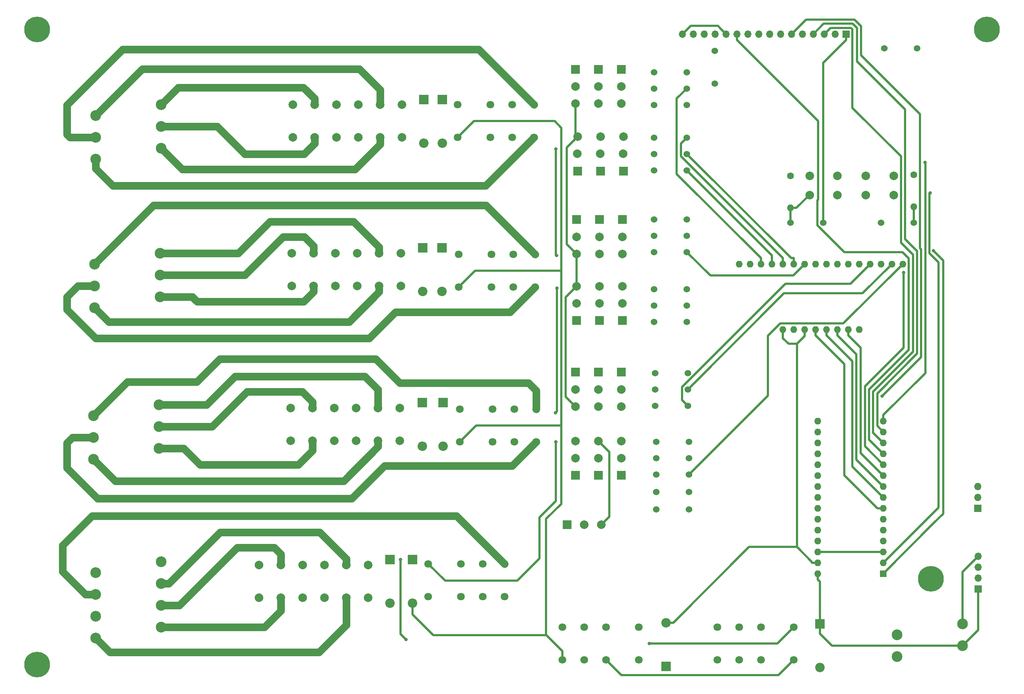
<source format=gbl>
%TF.GenerationSoftware,KiCad,Pcbnew,(5.1.6)-1*%
%TF.CreationDate,2021-08-19T12:25:39+02:00*%
%TF.ProjectId,_Asclepios-Ohmmeter-v2,b5417363-6c65-4706-996f-732d4f686d6d,rev?*%
%TF.SameCoordinates,PXc65d40PYa4fc540*%
%TF.FileFunction,Copper,L2,Bot*%
%TF.FilePolarity,Positive*%
%FSLAX46Y46*%
G04 Gerber Fmt 4.6, Leading zero omitted, Abs format (unit mm)*
G04 Created by KiCad (PCBNEW (5.1.6)-1) date 2021-08-19 12:25:39*
%MOMM*%
%LPD*%
G01*
G04 APERTURE LIST*
%TA.AperFunction,ComponentPad*%
%ADD10C,2.500000*%
%TD*%
%TA.AperFunction,ComponentPad*%
%ADD11C,2.000000*%
%TD*%
%TA.AperFunction,ComponentPad*%
%ADD12O,2.200000X2.200000*%
%TD*%
%TA.AperFunction,ComponentPad*%
%ADD13R,2.200000X2.200000*%
%TD*%
%TA.AperFunction,ComponentPad*%
%ADD14O,1.700000X1.700000*%
%TD*%
%TA.AperFunction,ComponentPad*%
%ADD15R,1.700000X1.700000*%
%TD*%
%TA.AperFunction,ComponentPad*%
%ADD16R,2.000000X2.000000*%
%TD*%
%TA.AperFunction,ComponentPad*%
%ADD17C,1.600000*%
%TD*%
%TA.AperFunction,ComponentPad*%
%ADD18O,1.600000X1.600000*%
%TD*%
%TA.AperFunction,ComponentPad*%
%ADD19R,1.600000X1.600000*%
%TD*%
%TA.AperFunction,ComponentPad*%
%ADD20C,1.800000*%
%TD*%
%TA.AperFunction,ComponentPad*%
%ADD21C,1.524000*%
%TD*%
%TA.AperFunction,ViaPad*%
%ADD22C,0.800000*%
%TD*%
%TA.AperFunction,ViaPad*%
%ADD23C,6.000000*%
%TD*%
%TA.AperFunction,Conductor*%
%ADD24C,0.500000*%
%TD*%
%TA.AperFunction,Conductor*%
%ADD25C,1.750000*%
%TD*%
G04 APERTURE END LIST*
D10*
%TO.P,J1,6*%
%TO.N,Net-(J1-Pad6)*%
X34830000Y126316000D03*
%TO.P,J1,3*%
%TO.N,Net-(J1-Pad3)*%
X19590000Y123776000D03*
%TO.P,J1,5*%
%TO.N,Net-(J1-Pad5)*%
X34830000Y131406000D03*
%TO.P,J1,4*%
%TO.N,Net-(J1-Pad4)*%
X34830000Y136486000D03*
%TO.P,J1,2*%
%TO.N,Net-(J1-Pad2)*%
X19590000Y128866000D03*
%TO.P,J1,1*%
%TO.N,Net-(J1-Pad1)*%
X19590000Y133946000D03*
%TD*%
%TO.P,J2,6*%
%TO.N,Net-(J2-Pad6)*%
X34576000Y91710000D03*
%TO.P,J2,3*%
%TO.N,Net-(J2-Pad3)*%
X19336000Y89170000D03*
%TO.P,J2,5*%
%TO.N,Net-(J2-Pad5)*%
X34576000Y96800000D03*
%TO.P,J2,4*%
%TO.N,Net-(J2-Pad4)*%
X34576000Y101880000D03*
%TO.P,J2,2*%
%TO.N,Net-(J2-Pad2)*%
X19336000Y94260000D03*
%TO.P,J2,1*%
%TO.N,Net-(J2-Pad1)*%
X19336000Y99340000D03*
%TD*%
%TO.P,J3,6*%
%TO.N,Net-(J3-Pad6)*%
X34322000Y56404000D03*
%TO.P,J3,3*%
%TO.N,Net-(J3-Pad3)*%
X19082000Y53864000D03*
%TO.P,J3,5*%
%TO.N,Net-(J3-Pad5)*%
X34322000Y61494000D03*
%TO.P,J3,4*%
%TO.N,Net-(J3-Pad4)*%
X34322000Y66574000D03*
%TO.P,J3,2*%
%TO.N,Net-(J3-Pad2)*%
X19082000Y58954000D03*
%TO.P,J3,1*%
%TO.N,Net-(J3-Pad1)*%
X19082000Y64034000D03*
%TD*%
%TO.P,JC1,4*%
%TO.N,Net-(JC1-Pad4)*%
X34830000Y14758000D03*
%TO.P,JC1,3*%
%TO.N,Net-(JC1-Pad3)*%
X34830000Y19838000D03*
%TO.P,JC1,2*%
%TO.N,Net-(JC1-Pad2)*%
X19590000Y12218000D03*
%TO.P,JC1,1*%
%TO.N,Net-(JC1-Pad1)*%
X19590000Y17298000D03*
%TD*%
%TO.P,JCI1,4*%
%TO.N,Net-(JCI1-Pad4)*%
X34830000Y24918000D03*
%TO.P,JCI1,3*%
%TO.N,Net-(JCI1-Pad3)*%
X34830000Y29998000D03*
%TO.P,JCI1,2*%
%TO.N,Net-(JCI1-Pad2)*%
X19590000Y22378000D03*
%TO.P,JCI1,1*%
%TO.N,Net-(JCI1-Pad1)*%
X19590000Y27458000D03*
%TD*%
D11*
%TO.P,K41,1*%
%TO.N,N/C*%
X90886000Y136486000D03*
%TO.P,K41,2*%
%TO.N,Net-(J1-Pad6)*%
X85806000Y136486000D03*
%TO.P,K41,3*%
%TO.N,Net-(K41-Pad3)*%
X80726000Y136486000D03*
%TO.P,K41,4*%
%TO.N,Net-(K41-Pad4)*%
X75646000Y136486000D03*
%TO.P,K41,5*%
%TO.N,Net-(J1-Pad5)*%
X70566000Y136486000D03*
%TO.P,K41,6*%
%TO.N,N/C*%
X65486000Y136486000D03*
%TO.P,K41,7*%
X65486000Y128866000D03*
%TO.P,K41,8*%
%TO.N,Net-(J1-Pad4)*%
X70566000Y128866000D03*
%TO.P,K41,9*%
%TO.N,Net-(K41-Pad9)*%
X75646000Y128866000D03*
%TO.P,K41,10*%
%TO.N,Net-(K41-Pad10)*%
X80726000Y128866000D03*
%TO.P,K41,11*%
%TO.N,Net-(J1-Pad1)*%
X85806000Y128866000D03*
%TO.P,K41,12*%
%TO.N,N/C*%
X90886000Y128866000D03*
%TD*%
%TO.P,K42,1*%
%TO.N,N/C*%
X90632000Y101880000D03*
%TO.P,K42,2*%
%TO.N,Net-(J2-Pad3)*%
X85552000Y101880000D03*
%TO.P,K42,3*%
%TO.N,Net-(K42-Pad3)*%
X80472000Y101880000D03*
%TO.P,K42,4*%
%TO.N,Net-(K42-Pad4)*%
X75392000Y101880000D03*
%TO.P,K42,5*%
%TO.N,Net-(J2-Pad6)*%
X70312000Y101880000D03*
%TO.P,K42,6*%
%TO.N,N/C*%
X65232000Y101880000D03*
%TO.P,K42,7*%
X65232000Y94260000D03*
%TO.P,K42,8*%
%TO.N,Net-(J2-Pad5)*%
X70312000Y94260000D03*
%TO.P,K42,9*%
%TO.N,Net-(K42-Pad9)*%
X75392000Y94260000D03*
%TO.P,K42,10*%
%TO.N,Net-(K42-Pad10)*%
X80472000Y94260000D03*
%TO.P,K42,11*%
%TO.N,Net-(J2-Pad4)*%
X85552000Y94260000D03*
%TO.P,K42,12*%
%TO.N,N/C*%
X90632000Y94260000D03*
%TD*%
%TO.P,K43,1*%
%TO.N,N/C*%
X90378000Y65812000D03*
%TO.P,K43,2*%
%TO.N,Net-(J3-Pad3)*%
X85298000Y65812000D03*
%TO.P,K43,3*%
%TO.N,Net-(K43-Pad3)*%
X80218000Y65812000D03*
%TO.P,K43,4*%
%TO.N,Net-(K43-Pad4)*%
X75138000Y65812000D03*
%TO.P,K43,5*%
%TO.N,Net-(J3-Pad6)*%
X70058000Y65812000D03*
%TO.P,K43,6*%
%TO.N,N/C*%
X64978000Y65812000D03*
%TO.P,K43,7*%
X64978000Y58192000D03*
%TO.P,K43,8*%
%TO.N,Net-(J3-Pad5)*%
X70058000Y58192000D03*
%TO.P,K43,9*%
%TO.N,Net-(K43-Pad9)*%
X75138000Y58192000D03*
%TO.P,K43,10*%
%TO.N,Net-(K43-Pad10)*%
X80218000Y58192000D03*
%TO.P,K43,11*%
%TO.N,Net-(J3-Pad4)*%
X85298000Y58192000D03*
%TO.P,K43,12*%
%TO.N,N/C*%
X90378000Y58192000D03*
%TD*%
%TO.P,KC1,1*%
%TO.N,N/C*%
X83012000Y29236000D03*
%TO.P,KC1,2*%
%TO.N,Net-(JC1-Pad2)*%
X77932000Y29236000D03*
%TO.P,KC1,3*%
%TO.N,Net-(KC1-Pad10)*%
X72852000Y29236000D03*
%TO.P,KC1,4*%
X67772000Y29236000D03*
%TO.P,KC1,5*%
%TO.N,Net-(JC1-Pad4)*%
X62692000Y29236000D03*
%TO.P,KC1,6*%
%TO.N,N/C*%
X57612000Y29236000D03*
%TO.P,KC1,7*%
X57612000Y21616000D03*
%TO.P,KC1,8*%
%TO.N,Net-(JC1-Pad3)*%
X62692000Y21616000D03*
%TO.P,KC1,9*%
%TO.N,Net-(KC1-Pad10)*%
X67772000Y21616000D03*
%TO.P,KC1,10*%
X72852000Y21616000D03*
%TO.P,KC1,11*%
%TO.N,Net-(JCI1-Pad4)*%
X77932000Y21616000D03*
%TO.P,KC1,12*%
%TO.N,N/C*%
X83012000Y21616000D03*
%TD*%
D12*
%TO.P,DI1,2*%
%TO.N,N/C*%
X93299000Y20346000D03*
D13*
%TO.P,DI1,1*%
X93299000Y30506000D03*
%TD*%
D14*
%TO.P,JUSB1,4*%
%TO.N,N/C*%
X224998000Y31268000D03*
%TO.P,JUSB1,3*%
%TO.N,Net-(JUSB1-Pad3)*%
X224998000Y28728000D03*
%TO.P,JUSB1,2*%
%TO.N,Net-(JUSB1-Pad2)*%
X224998000Y26188000D03*
D15*
%TO.P,JUSB1,1*%
%TO.N,Net-(DC1-Pad1)*%
X224998000Y23648000D03*
%TD*%
D11*
%TO.P,Q16,1*%
%TO.N,Net-(Q16-Pad1)*%
X131272000Y54128000D03*
%TO.P,Q16,2*%
%TO.N,Net-(Q1-Pad2)*%
X131282000Y58108000D03*
D16*
%TO.P,Q16,3*%
%TO.N,Net-(K23-Pad4)*%
X131282000Y50128000D03*
%TD*%
D11*
%TO.P,Q19,1*%
%TO.N,Net-(Q19-Pad1)*%
X133304000Y38634000D03*
%TO.P,Q19,2*%
%TO.N,Net-(Q1-Pad2)*%
X137284000Y38624000D03*
D16*
%TO.P,Q19,3*%
%TO.N,Net-(Ki1-Pad13)*%
X129304000Y38624000D03*
%TD*%
D11*
%TO.P,Q18,1*%
%TO.N,Net-(Q18-Pad1)*%
X141940000Y54128000D03*
%TO.P,Q18,2*%
%TO.N,Net-(Q1-Pad2)*%
X141950000Y58108000D03*
D16*
%TO.P,Q18,3*%
%TO.N,Net-(K43-Pad4)*%
X141950000Y50128000D03*
%TD*%
D11*
%TO.P,Q17,1*%
%TO.N,Net-(Q17-Pad1)*%
X136606000Y54128000D03*
%TO.P,Q17,2*%
%TO.N,Net-(Q1-Pad2)*%
X136616000Y58108000D03*
D16*
%TO.P,Q17,3*%
%TO.N,Net-(K43-Pad3)*%
X136616000Y50128000D03*
%TD*%
D11*
%TO.P,Q15,1*%
%TO.N,Net-(Q15-Pad1)*%
X141940000Y70130000D03*
%TO.P,Q15,2*%
%TO.N,Net-(Q1-Pad2)*%
X141930000Y66150000D03*
D16*
%TO.P,Q15,3*%
%TO.N,Net-(K43-Pad9)*%
X141930000Y74130000D03*
%TD*%
D11*
%TO.P,Q14,1*%
%TO.N,Net-(Q14-Pad1)*%
X136606000Y70130000D03*
%TO.P,Q14,2*%
%TO.N,Net-(Q1-Pad2)*%
X136596000Y66150000D03*
D16*
%TO.P,Q14,3*%
%TO.N,Net-(K43-Pad10)*%
X136596000Y74130000D03*
%TD*%
D11*
%TO.P,Q13,1*%
%TO.N,Net-(Q13-Pad1)*%
X131272000Y70130000D03*
%TO.P,Q13,2*%
%TO.N,Net-(Q1-Pad2)*%
X131262000Y66150000D03*
D16*
%TO.P,Q13,3*%
%TO.N,Net-(K23-Pad13)*%
X131262000Y74130000D03*
%TD*%
D11*
%TO.P,Q11,1*%
%TO.N,Net-(Q11-Pad1)*%
X136860000Y90196000D03*
%TO.P,Q11,2*%
%TO.N,Net-(Q1-Pad2)*%
X136870000Y94176000D03*
D16*
%TO.P,Q11,3*%
%TO.N,Net-(K42-Pad3)*%
X136870000Y86196000D03*
%TD*%
D11*
%TO.P,Q12,1*%
%TO.N,Net-(Q12-Pad1)*%
X142194000Y90196000D03*
%TO.P,Q12,2*%
%TO.N,Net-(Q1-Pad2)*%
X142204000Y94176000D03*
D16*
%TO.P,Q12,3*%
%TO.N,Net-(K42-Pad4)*%
X142204000Y86196000D03*
%TD*%
D11*
%TO.P,Q9,1*%
%TO.N,Net-(Q9-Pad1)*%
X142194000Y105690000D03*
%TO.P,Q9,2*%
%TO.N,Net-(Q1-Pad2)*%
X142184000Y101710000D03*
D16*
%TO.P,Q9,3*%
%TO.N,Net-(K42-Pad9)*%
X142184000Y109690000D03*
%TD*%
D11*
%TO.P,Q8,1*%
%TO.N,Net-(Q8-Pad1)*%
X136860000Y105690000D03*
%TO.P,Q8,2*%
%TO.N,Net-(Q1-Pad2)*%
X136850000Y101710000D03*
D16*
%TO.P,Q8,3*%
%TO.N,Net-(K42-Pad10)*%
X136850000Y109690000D03*
%TD*%
D11*
%TO.P,Q7,1*%
%TO.N,Net-(Q7-Pad1)*%
X131526000Y105690000D03*
%TO.P,Q7,2*%
%TO.N,Net-(Q1-Pad2)*%
X131516000Y101710000D03*
D16*
%TO.P,Q7,3*%
%TO.N,Net-(K22-Pad13)*%
X131516000Y109690000D03*
%TD*%
D11*
%TO.P,Q10,1*%
%TO.N,Net-(Q10-Pad1)*%
X131526000Y90196000D03*
%TO.P,Q10,2*%
%TO.N,Net-(Q1-Pad2)*%
X131536000Y94176000D03*
D16*
%TO.P,Q10,3*%
%TO.N,Net-(K22-Pad4)*%
X131536000Y86196000D03*
%TD*%
D11*
%TO.P,Q5,1*%
%TO.N,Net-(Q5-Pad1)*%
X137063000Y125021200D03*
%TO.P,Q5,2*%
%TO.N,Net-(Q1-Pad2)*%
X137073000Y129001200D03*
D16*
%TO.P,Q5,3*%
%TO.N,Net-(K41-Pad3)*%
X137073000Y121021200D03*
%TD*%
D11*
%TO.P,Q6,1*%
%TO.N,Net-(Q6-Pad1)*%
X142397000Y125021200D03*
%TO.P,Q6,2*%
%TO.N,Net-(Q1-Pad2)*%
X142407000Y129001200D03*
D16*
%TO.P,Q6,3*%
%TO.N,Net-(K41-Pad4)*%
X142407000Y121021200D03*
%TD*%
D11*
%TO.P,Q3,1*%
%TO.N,Net-(Q3-Pad1)*%
X141915000Y140695800D03*
%TO.P,Q3,2*%
%TO.N,Net-(Q1-Pad2)*%
X141905000Y136715800D03*
D16*
%TO.P,Q3,3*%
%TO.N,Net-(K41-Pad9)*%
X141905000Y144695800D03*
%TD*%
D11*
%TO.P,Q2,1*%
%TO.N,Net-(Q2-Pad1)*%
X136581000Y140695800D03*
%TO.P,Q2,2*%
%TO.N,Net-(Q1-Pad2)*%
X136571000Y136715800D03*
D16*
%TO.P,Q2,3*%
%TO.N,Net-(K41-Pad10)*%
X136571000Y144695800D03*
%TD*%
D11*
%TO.P,Q1,1*%
%TO.N,Net-(Q1-Pad1)*%
X131247000Y140695800D03*
%TO.P,Q1,2*%
%TO.N,Net-(Q1-Pad2)*%
X131237000Y136715800D03*
D16*
%TO.P,Q1,3*%
%TO.N,Net-(K21-Pad13)*%
X131237000Y144695800D03*
%TD*%
D11*
%TO.P,Q4,1*%
%TO.N,Net-(Q4-Pad1)*%
X131729000Y125021200D03*
%TO.P,Q4,2*%
%TO.N,Net-(Q1-Pad2)*%
X131739000Y129001200D03*
D16*
%TO.P,Q4,3*%
%TO.N,Net-(K21-Pad4)*%
X131739000Y121021200D03*
%TD*%
D17*
%TO.P,C1,1*%
%TO.N,Net-(C1-Pad1)*%
X181310000Y119914000D03*
D18*
%TO.P,C1,2*%
%TO.N,Net-(C1-Pad2)*%
X181310000Y112414000D03*
%TD*%
D17*
%TO.P,C2,1*%
%TO.N,Net-(C2-Pad1)*%
X210012000Y120168000D03*
D18*
%TO.P,C2,2*%
%TO.N,Net-(C2-Pad2)*%
X210012000Y112668000D03*
%TD*%
D12*
%TO.P,D21,2*%
%TO.N,N/C*%
X100284000Y127534000D03*
D13*
%TO.P,D21,1*%
X100284000Y137694000D03*
%TD*%
D12*
%TO.P,D22,2*%
%TO.N,N/C*%
X100157000Y92990000D03*
D13*
%TO.P,D22,1*%
X100157000Y103150000D03*
%TD*%
D12*
%TO.P,D23,2*%
%TO.N,N/C*%
X100411000Y56922000D03*
D13*
%TO.P,D23,1*%
X100411000Y67082000D03*
%TD*%
D12*
%TO.P,D41,2*%
%TO.N,N/C*%
X95966000Y127534000D03*
D13*
%TO.P,D41,1*%
X95966000Y137694000D03*
%TD*%
D12*
%TO.P,D42,2*%
%TO.N,N/C*%
X95712000Y92990000D03*
D13*
%TO.P,D42,1*%
X95712000Y103150000D03*
%TD*%
D12*
%TO.P,D43,2*%
%TO.N,N/C*%
X95585000Y56922000D03*
D13*
%TO.P,D43,1*%
X95585000Y67082000D03*
%TD*%
D12*
%TO.P,DA1,2*%
%TO.N,N/C*%
X152354000Y15774000D03*
D13*
%TO.P,DA1,1*%
%TO.N,Net-(DA1-Pad1)*%
X152354000Y5614000D03*
%TD*%
D12*
%TO.P,DC1,2*%
%TO.N,N/C*%
X88092000Y20346000D03*
D13*
%TO.P,DC1,1*%
X88092000Y30506000D03*
%TD*%
D12*
%TO.P,DS1,2*%
%TO.N,N/C*%
X188168000Y5360000D03*
D13*
%TO.P,DS1,1*%
X188168000Y15520000D03*
%TD*%
D18*
%TO.P,JA1,D13*%
%TO.N,Net-(JA1-PadD13)*%
X187660000Y62764000D03*
%TO.P,JA1,D12*%
%TO.N,Net-(JA1-PadD12)*%
X202900000Y62764000D03*
%TO.P,JA1,VIN*%
%TO.N,Net-(DC1-Pad1)*%
X187660000Y27204000D03*
%TO.P,JA1,D11*%
%TO.N,Net-(JA1-PadD11)*%
X202900000Y60224000D03*
%TO.P,JA1,GND*%
%TO.N,N/C*%
X187660000Y29744000D03*
%TO.P,JA1,D10*%
%TO.N,Net-(JA1-PadD10)*%
X202900000Y57684000D03*
%TO.P,JA1,RST*%
%TO.N,Net-(JA1-PadRST)*%
X187660000Y32284000D03*
%TO.P,JA1,D9*%
%TO.N,Net-(JA1-PadD9)*%
X202900000Y55144000D03*
%TO.P,JA1,5V*%
%TO.N,Net-(JA1-Pad5V)*%
X187660000Y34824000D03*
%TO.P,JA1,D8*%
%TO.N,Net-(JA1-PadD8)*%
X202900000Y52604000D03*
%TO.P,JA1,A0*%
%TO.N,Net-(DA1-Pad1)*%
X187660000Y37364000D03*
%TO.P,JA1,D7*%
%TO.N,Net-(JA1-PadD7)*%
X202900000Y50064000D03*
%TO.P,JA1,A1*%
%TO.N,Net-(JA1-PadA1)*%
X187660000Y39904000D03*
%TO.P,JA1,D6*%
%TO.N,Net-(JA1-PadD6)*%
X202900000Y47524000D03*
%TO.P,JA1,A2*%
%TO.N,Net-(JA1-PadA2)*%
X187660000Y42444000D03*
%TO.P,JA1,D5*%
%TO.N,Net-(JA1-PadD5)*%
X202900000Y44984000D03*
%TO.P,JA1,A3*%
%TO.N,Net-(JA1-PadA3)*%
X187660000Y44984000D03*
%TO.P,JA1,D4*%
%TO.N,Net-(JA1-PadD4)*%
X202900000Y42444000D03*
%TO.P,JA1,A4*%
%TO.N,Net-(JA1-PadA4)*%
X187660000Y47524000D03*
%TO.P,JA1,D3*%
%TO.N,N/C*%
X202900000Y39904000D03*
%TO.P,JA1,A5*%
%TO.N,Net-(JA1-PadA5)*%
X187660000Y50064000D03*
%TO.P,JA1,D2*%
%TO.N,N/C*%
X202900000Y37364000D03*
%TO.P,JA1,A6*%
%TO.N,Net-(JA1-PadA6)*%
X187660000Y52604000D03*
%TO.P,JA1,GND*%
%TO.N,N/C*%
X202900000Y34824000D03*
%TO.P,JA1,A7*%
%TO.N,Net-(JA1-PadA7)*%
X187660000Y55144000D03*
%TO.P,JA1,RST*%
%TO.N,Net-(JA1-PadRST)*%
X202900000Y32284000D03*
%TO.P,JA1,REF*%
%TO.N,Net-(JA1-PadREF)*%
X187660000Y57684000D03*
%TO.P,JA1,D0*%
%TO.N,Net-(C2-Pad1)*%
X202900000Y29744000D03*
%TO.P,JA1,3V3*%
%TO.N,Net-(JA1-Pad3V3)*%
X187660000Y60224000D03*
D19*
%TO.P,JA1,D1*%
%TO.N,Net-(C1-Pad1)*%
X202900000Y27204000D03*
%TD*%
D14*
%TO.P,JE1,VSS*%
%TO.N,N/C*%
X156164000Y152934000D03*
%TO.P,JE1,VDD*%
%TO.N,Net-(JA1-Pad5V)*%
X158704000Y152934000D03*
%TO.P,JE1,V0*%
%TO.N,Net-(JE1-PadV0)*%
X161244000Y152934000D03*
%TO.P,JE1,RS*%
%TO.N,Net-(JA1-PadD8)*%
X163784000Y152934000D03*
%TO.P,JE1,RW*%
%TO.N,N/C*%
X166324000Y152934000D03*
%TO.P,JE1,E*%
%TO.N,Net-(JA1-PadD9)*%
X168864000Y152934000D03*
%TO.P,JE1,D0*%
%TO.N,Net-(JE1-PadD0)*%
X171404000Y152934000D03*
%TO.P,JE1,D1*%
%TO.N,Net-(JE1-PadD1)*%
X173944000Y152934000D03*
%TO.P,JE1,D2*%
%TO.N,Net-(JE1-PadD2)*%
X176484000Y152934000D03*
%TO.P,JE1,D3*%
%TO.N,Net-(JE1-PadD3)*%
X179024000Y152934000D03*
%TO.P,JE1,D4*%
%TO.N,Net-(JA1-PadD13)*%
X181564000Y152934000D03*
%TO.P,JE1,D5*%
%TO.N,Net-(JA1-PadD12)*%
X184104000Y152934000D03*
%TO.P,JE1,D6*%
%TO.N,Net-(JA1-PadD11)*%
X186644000Y152934000D03*
%TO.P,JE1,D7*%
%TO.N,Net-(JA1-PadD10)*%
X189184000Y152934000D03*
%TO.P,JE1,A*%
%TO.N,Net-(JE1-PadA)*%
X191724000Y152934000D03*
D15*
%TO.P,JE1,K*%
%TO.N,N/C*%
X194264000Y152934000D03*
%TD*%
D10*
%TO.P,JEX1,4*%
%TO.N,Net-(JEX1-Pad4)*%
X206124000Y12980000D03*
%TO.P,JEX1,3*%
%TO.N,Net-(JEX1-Pad3)*%
X206124000Y7900000D03*
%TO.P,JEX1,2*%
%TO.N,N/C*%
X221364000Y15520000D03*
%TO.P,JEX1,1*%
%TO.N,Net-(DC1-Pad1)*%
X221364000Y10440000D03*
%TD*%
D18*
%TO.P,JM1,C0*%
%TO.N,Net-(JM1-PadC0)*%
X169372000Y99340000D03*
%TO.P,JM1,C15*%
%TO.N,Net-(JM1-PadC15)*%
X207472000Y99340000D03*
%TO.P,JM1,C1*%
%TO.N,Net-(JM1-PadC1)*%
X171912000Y99340000D03*
%TO.P,JM1,C2*%
%TO.N,Net-(JM1-PadC2)*%
X174452000Y99340000D03*
%TO.P,JM1,C3*%
%TO.N,Net-(JM1-PadC3)*%
X176992000Y99340000D03*
%TO.P,JM1,C4*%
%TO.N,Net-(JM1-PadC4)*%
X179532000Y99340000D03*
%TO.P,JM1,SIG*%
%TO.N,Net-(JA1-Pad5V)*%
X197312000Y84100000D03*
%TO.P,JM1,C5*%
%TO.N,Net-(JM1-PadC5)*%
X182072000Y99340000D03*
%TO.P,JM1,S3*%
%TO.N,Net-(JA1-PadD7)*%
X194772000Y84100000D03*
%TO.P,JM1,C6*%
%TO.N,Net-(JM1-PadC6)*%
X184612000Y99340000D03*
%TO.P,JM1,S2*%
%TO.N,Net-(JA1-PadD6)*%
X192232000Y84100000D03*
%TO.P,JM1,C7*%
%TO.N,Net-(JM1-PadC7)*%
X187152000Y99340000D03*
%TO.P,JM1,S1*%
%TO.N,Net-(JA1-PadD5)*%
X189692000Y84100000D03*
%TO.P,JM1,C8*%
%TO.N,Net-(JM1-PadC8)*%
X189692000Y99340000D03*
%TO.P,JM1,S0*%
%TO.N,Net-(JA1-PadD4)*%
X187152000Y84100000D03*
%TO.P,JM1,C9*%
%TO.N,Net-(JM1-PadC9)*%
X192232000Y99340000D03*
%TO.P,JM1,EN*%
%TO.N,N/C*%
X184612000Y84100000D03*
%TO.P,JM1,C10*%
%TO.N,Net-(JM1-PadC10)*%
X194772000Y99340000D03*
%TO.P,JM1,VCC*%
%TO.N,Net-(JA1-Pad5V)*%
X182072000Y84100000D03*
%TO.P,JM1,C11*%
%TO.N,Net-(JM1-PadC11)*%
X197312000Y99340000D03*
%TO.P,JM1,GND*%
%TO.N,N/C*%
X179532000Y84100000D03*
%TO.P,JM1,C12*%
%TO.N,Net-(JM1-PadC12)*%
X199852000Y99340000D03*
%TO.P,JM1,C13*%
%TO.N,Net-(JM1-PadC13)*%
X202392000Y99340000D03*
%TO.P,JM1,C14*%
%TO.N,Net-(JM1-PadC14)*%
X204932000Y99340000D03*
%TD*%
D20*
%TO.P,K21,8*%
%TO.N,Net-(J1-Pad3)*%
X121620000Y128866000D03*
%TO.P,K21,9*%
%TO.N,Net-(J1-Pad2)*%
X121620000Y136486000D03*
%TO.P,K21,11*%
%TO.N,Net-(K21-Pad11)*%
X116540000Y136486000D03*
%TO.P,K21,6*%
%TO.N,Net-(K21-Pad6)*%
X116540000Y128866000D03*
%TO.P,K21,13*%
%TO.N,Net-(K21-Pad13)*%
X111460000Y136486000D03*
%TO.P,K21,4*%
%TO.N,Net-(K21-Pad4)*%
X111460000Y128866000D03*
%TO.P,K21,16*%
%TO.N,N/C*%
X103840000Y136486000D03*
%TO.P,K21,1*%
X103840000Y128866000D03*
%TD*%
%TO.P,K22,8*%
%TO.N,Net-(J2-Pad2)*%
X121874000Y94006000D03*
%TO.P,K22,9*%
%TO.N,Net-(J2-Pad1)*%
X121874000Y101626000D03*
%TO.P,K22,11*%
%TO.N,Net-(K22-Pad11)*%
X116794000Y101626000D03*
%TO.P,K22,6*%
%TO.N,Net-(K22-Pad6)*%
X116794000Y94006000D03*
%TO.P,K22,13*%
%TO.N,Net-(K22-Pad13)*%
X111714000Y101626000D03*
%TO.P,K22,4*%
%TO.N,Net-(K22-Pad4)*%
X111714000Y94006000D03*
%TO.P,K22,16*%
%TO.N,N/C*%
X104094000Y101626000D03*
%TO.P,K22,1*%
X104094000Y94006000D03*
%TD*%
%TO.P,K23,8*%
%TO.N,Net-(J3-Pad2)*%
X122128000Y57938000D03*
%TO.P,K23,9*%
%TO.N,Net-(J3-Pad1)*%
X122128000Y65558000D03*
%TO.P,K23,11*%
%TO.N,Net-(K23-Pad11)*%
X117048000Y65558000D03*
%TO.P,K23,6*%
%TO.N,Net-(K23-Pad6)*%
X117048000Y57938000D03*
%TO.P,K23,13*%
%TO.N,Net-(K23-Pad13)*%
X111968000Y65558000D03*
%TO.P,K23,4*%
%TO.N,Net-(K23-Pad4)*%
X111968000Y57938000D03*
%TO.P,K23,16*%
%TO.N,N/C*%
X104348000Y65558000D03*
%TO.P,K23,1*%
X104348000Y57938000D03*
%TD*%
%TO.P,KA1,8*%
%TO.N,Net-(KA1-Pad8)*%
X128224000Y14758000D03*
%TO.P,KA1,9*%
%TO.N,N/C*%
X128224000Y7138000D03*
%TO.P,KA1,11*%
%TO.N,Net-(KA1-Pad11)*%
X133304000Y7138000D03*
%TO.P,KA1,6*%
%TO.N,Net-(KA1-Pad6)*%
X133304000Y14758000D03*
%TO.P,KA1,13*%
%TO.N,N/C*%
X138384000Y7138000D03*
%TO.P,KA1,4*%
%TO.N,Net-(KA1-Pad4)*%
X138384000Y14758000D03*
%TO.P,KA1,16*%
%TO.N,Net-(DA1-Pad1)*%
X146004000Y7138000D03*
%TO.P,KA1,1*%
%TO.N,N/C*%
X146004000Y14758000D03*
%TD*%
%TO.P,Ki1,8*%
%TO.N,Net-(Ki1-Pad8)*%
X114762000Y21870000D03*
%TO.P,Ki1,9*%
%TO.N,Net-(JCI1-Pad2)*%
X114762000Y29490000D03*
%TO.P,Ki1,11*%
%TO.N,Net-(Ki1-Pad11)*%
X109682000Y29490000D03*
%TO.P,Ki1,6*%
%TO.N,Net-(Ki1-Pad6)*%
X109682000Y21870000D03*
%TO.P,Ki1,13*%
%TO.N,Net-(Ki1-Pad13)*%
X104602000Y29490000D03*
%TO.P,Ki1,4*%
%TO.N,Net-(Ki1-Pad4)*%
X104602000Y21870000D03*
%TO.P,Ki1,16*%
%TO.N,N/C*%
X96982000Y29490000D03*
%TO.P,Ki1,1*%
X96982000Y21870000D03*
%TD*%
%TO.P,KS1,8*%
%TO.N,Net-(KS1-Pad8)*%
X164292000Y14758000D03*
%TO.P,KS1,9*%
%TO.N,Net-(KS1-Pad9)*%
X164292000Y7138000D03*
%TO.P,KS1,11*%
%TO.N,Net-(KS1-Pad11)*%
X169372000Y7138000D03*
%TO.P,KS1,6*%
%TO.N,Net-(JEX1-Pad3)*%
X169372000Y14758000D03*
%TO.P,KS1,13*%
%TO.N,Net-(KS1-Pad13)*%
X174452000Y7138000D03*
%TO.P,KS1,4*%
%TO.N,Net-(JEX1-Pad4)*%
X174452000Y14758000D03*
%TO.P,KS1,16*%
%TO.N,N/C*%
X182072000Y7138000D03*
%TO.P,KS1,1*%
X182072000Y14758000D03*
%TD*%
D21*
%TO.P,R1,2*%
%TO.N,Net-(Q1-Pad1)*%
X149560000Y136424000D03*
%TO.P,R1,1*%
%TO.N,Net-(JM1-PadC0)*%
X157180000Y136424000D03*
%TD*%
%TO.P,R2,2*%
%TO.N,Net-(Q2-Pad1)*%
X149560000Y144044000D03*
%TO.P,R2,1*%
%TO.N,Net-(JM1-PadC1)*%
X157180000Y144044000D03*
%TD*%
%TO.P,R3,2*%
%TO.N,Net-(Q3-Pad1)*%
X149560000Y140234000D03*
%TO.P,R3,1*%
%TO.N,Net-(JM1-PadC2)*%
X157180000Y140234000D03*
%TD*%
%TO.P,R4,2*%
%TO.N,Net-(Q4-Pad1)*%
X149560000Y121184000D03*
%TO.P,R4,1*%
%TO.N,Net-(JM1-PadC3)*%
X157180000Y121184000D03*
%TD*%
%TO.P,R5,2*%
%TO.N,Net-(Q5-Pad1)*%
X149560000Y128804000D03*
%TO.P,R5,1*%
%TO.N,Net-(JM1-PadC4)*%
X157180000Y128804000D03*
%TD*%
%TO.P,R6,2*%
%TO.N,Net-(Q6-Pad1)*%
X149560000Y124994000D03*
%TO.P,R6,1*%
%TO.N,Net-(JM1-PadC5)*%
X157180000Y124994000D03*
%TD*%
%TO.P,R7,2*%
%TO.N,Net-(Q7-Pad1)*%
X149560000Y102134000D03*
%TO.P,R7,1*%
%TO.N,Net-(JM1-PadC6)*%
X157180000Y102134000D03*
%TD*%
%TO.P,R8,2*%
%TO.N,Net-(Q8-Pad1)*%
X149560000Y109754000D03*
%TO.P,R8,1*%
%TO.N,Net-(JM1-PadC7)*%
X157180000Y109754000D03*
%TD*%
%TO.P,R9,2*%
%TO.N,Net-(Q9-Pad1)*%
X149560000Y105944000D03*
%TO.P,R9,1*%
%TO.N,Net-(JM1-PadC8)*%
X157180000Y105944000D03*
%TD*%
%TO.P,R10,2*%
%TO.N,Net-(Q10-Pad1)*%
X149560000Y85878000D03*
%TO.P,R10,1*%
%TO.N,Net-(JM1-PadC9)*%
X157180000Y85878000D03*
%TD*%
%TO.P,R11,2*%
%TO.N,Net-(Q11-Pad1)*%
X149560000Y93498000D03*
%TO.P,R11,1*%
%TO.N,Net-(JM1-PadC10)*%
X157180000Y93498000D03*
%TD*%
%TO.P,R12,2*%
%TO.N,Net-(Q12-Pad1)*%
X149560000Y89688000D03*
%TO.P,R12,1*%
%TO.N,Net-(JM1-PadC11)*%
X157180000Y89688000D03*
%TD*%
%TO.P,R13,2*%
%TO.N,Net-(Q13-Pad1)*%
X149814000Y66320000D03*
%TO.P,R13,1*%
%TO.N,Net-(JM1-PadC12)*%
X157434000Y66320000D03*
%TD*%
%TO.P,R14,2*%
%TO.N,Net-(Q14-Pad1)*%
X149814000Y73940000D03*
%TO.P,R14,1*%
%TO.N,Net-(JM1-PadC13)*%
X157434000Y73940000D03*
%TD*%
%TO.P,R15,2*%
%TO.N,Net-(Q15-Pad1)*%
X149814000Y70130000D03*
%TO.P,R15,1*%
%TO.N,Net-(JM1-PadC14)*%
X157434000Y70130000D03*
%TD*%
%TO.P,R16,2*%
%TO.N,Net-(Q16-Pad1)*%
X150068000Y50318000D03*
%TO.P,R16,1*%
%TO.N,Net-(JM1-PadC15)*%
X157688000Y50318000D03*
%TD*%
%TO.P,R17,2*%
%TO.N,Net-(Q17-Pad1)*%
X150068000Y57938000D03*
%TO.P,R17,1*%
%TO.N,Net-(JA1-PadA5)*%
X157688000Y57938000D03*
%TD*%
%TO.P,R18,2*%
%TO.N,Net-(Q18-Pad1)*%
X150068000Y54128000D03*
%TO.P,R18,1*%
%TO.N,Net-(JA1-PadA4)*%
X157688000Y54128000D03*
%TD*%
%TO.P,R19,2*%
%TO.N,Net-(Q19-Pad1)*%
X150068000Y46254000D03*
%TO.P,R19,1*%
%TO.N,Net-(JA1-PadA3)*%
X157688000Y46254000D03*
%TD*%
%TO.P,R22,2*%
%TO.N,N/C*%
X163657000Y141377000D03*
%TO.P,R22,1*%
%TO.N,Net-(JE1-PadV0)*%
X163657000Y148997000D03*
%TD*%
%TO.P,R23,2*%
%TO.N,Net-(JA1-Pad5V)*%
X210774000Y149632000D03*
%TO.P,R23,1*%
%TO.N,Net-(JE1-PadA)*%
X203154000Y149632000D03*
%TD*%
%TO.P,Rb1,2*%
%TO.N,N/C*%
X188930000Y108992000D03*
%TO.P,Rb1,1*%
%TO.N,Net-(C1-Pad2)*%
X181310000Y108992000D03*
%TD*%
%TO.P,Rb2,2*%
%TO.N,N/C*%
X202392000Y108992000D03*
%TO.P,Rb2,1*%
%TO.N,Net-(C2-Pad2)*%
X210012000Y108992000D03*
%TD*%
%TO.P,RC1,2*%
%TO.N,Net-(KC1-Pad10)*%
X150068000Y42190000D03*
%TO.P,RC1,1*%
%TO.N,Net-(JA1-PadA1)*%
X157688000Y42190000D03*
%TD*%
D11*
%TO.P,SW1,1*%
%TO.N,Net-(C1-Pad1)*%
X192255000Y119914000D03*
%TO.P,SW1,2*%
%TO.N,Net-(C1-Pad2)*%
X192255000Y115414000D03*
%TO.P,SW1,1*%
%TO.N,Net-(C1-Pad1)*%
X185755000Y119914000D03*
%TO.P,SW1,2*%
%TO.N,Net-(C1-Pad2)*%
X185755000Y115414000D03*
%TD*%
%TO.P,SW2,1*%
%TO.N,Net-(C2-Pad1)*%
X205336000Y119914000D03*
%TO.P,SW2,2*%
%TO.N,Net-(C2-Pad2)*%
X205336000Y115414000D03*
%TO.P,SW2,1*%
%TO.N,Net-(C2-Pad1)*%
X198836000Y119914000D03*
%TO.P,SW2,2*%
%TO.N,Net-(C2-Pad2)*%
X198836000Y115414000D03*
%TD*%
D14*
%TO.P,JLed1,3*%
%TO.N,N/C*%
X224871000Y47524000D03*
%TO.P,JLed1,2*%
X224871000Y44984000D03*
D15*
%TO.P,JLed1,1*%
X224871000Y42444000D03*
%TD*%
D22*
%TO.N,*%
X126700000Y57938000D03*
X126954000Y93752000D03*
X126700000Y126137000D03*
X126573000Y64669000D03*
X126827000Y101372000D03*
X90505000Y30506000D03*
X91775000Y11837000D03*
X148417000Y10948000D03*
D23*
X6000000Y6000000D03*
X6000000Y154000000D03*
X227000000Y154000000D03*
X214000000Y26000000D03*
D22*
%TO.N,Net-(C1-Pad1)*%
X214613200Y102452600D03*
%TO.N,Net-(C2-Pad1)*%
X213797500Y115874500D03*
%TO.N,Net-(JA1-PadD8)*%
X207664100Y97381700D03*
%TO.N,Net-(JA1-PadD12)*%
X212609000Y123003700D03*
%TO.N,Net-(JA1-PadD13)*%
X202642100Y68564100D03*
%TD*%
D24*
%TO.N,*%
X128224000Y9170998D02*
X124448999Y12945999D01*
X128224000Y7138000D02*
X128224000Y9170998D01*
X182787500Y33399200D02*
X186284700Y29902000D01*
X186284700Y29902000D02*
X186284700Y29744000D01*
X154029300Y15774000D02*
X171654500Y33399200D01*
X171654500Y33399200D02*
X182787500Y33399200D01*
X184612000Y84100000D02*
X184167000Y84100000D01*
X187660000Y29744000D02*
X186284700Y29744000D01*
X152354000Y15774000D02*
X154029300Y15774000D01*
X194264000Y151508700D02*
X188930000Y146174700D01*
X188930000Y146174700D02*
X188930000Y108992000D01*
X194264000Y152934000D02*
X194264000Y151508700D01*
X179532000Y84100000D02*
X179532000Y82068000D01*
X180848500Y80751500D02*
X182787500Y80751500D01*
X179532000Y82068000D02*
X180848500Y80751500D01*
X182787500Y80751500D02*
X182787500Y33399200D01*
X184612000Y82576000D02*
X182787500Y80751500D01*
X184612000Y84100000D02*
X184612000Y82576000D01*
X127970000Y43460000D02*
X124448999Y39938999D01*
X124448999Y39938999D02*
X124448999Y36313001D01*
X124448999Y36313001D02*
X124448999Y36678000D01*
X124448999Y12945999D02*
X124448999Y36313001D01*
X107615001Y132641001D02*
X126418999Y132641001D01*
X126418999Y132641001D02*
X127970000Y131090000D01*
X108158000Y61748000D02*
X127970000Y61748000D01*
X127970000Y61748000D02*
X127970000Y43460000D01*
X104094000Y94006000D02*
X107904000Y97816000D01*
X107904000Y97816000D02*
X127970000Y97816000D01*
X127970000Y131090000D02*
X127970000Y97816000D01*
X127970000Y97816000D02*
X127970000Y61748000D01*
X126700000Y44095000D02*
X122890000Y40285000D01*
X126700000Y57938000D02*
X126700000Y44095000D01*
X122890000Y30760000D02*
X117683000Y25553000D01*
X122890000Y40285000D02*
X122890000Y30760000D01*
X126954000Y65050000D02*
X126573000Y64669000D01*
X126954000Y93752000D02*
X126954000Y65050000D01*
X126700000Y101499000D02*
X126827000Y101372000D01*
X126700000Y126137000D02*
X126700000Y101499000D01*
X164898200Y154359800D02*
X166324000Y152934000D01*
X164419000Y154839000D02*
X164898200Y154359800D01*
X156164000Y152934000D02*
X158069000Y154839000D01*
X158069000Y154839000D02*
X164419000Y154839000D01*
X93299000Y17679000D02*
X93299000Y20346000D01*
X124448999Y12945999D02*
X124356000Y12853000D01*
X98125000Y12853000D02*
X93299000Y17679000D01*
X124356000Y12853000D02*
X98125000Y12853000D01*
X108158000Y61748000D02*
X104348000Y57938000D01*
X107615001Y132641001D02*
X103840000Y128866000D01*
X96982000Y29490000D02*
X100919000Y25553000D01*
X100919000Y25553000D02*
X101427000Y25553000D01*
X117683000Y25553000D02*
X101427000Y25553000D01*
X90505000Y30506000D02*
X90505000Y13107000D01*
X90505000Y13107000D02*
X91775000Y11837000D01*
X91775000Y11837000D02*
X91775000Y11837000D01*
X224998000Y31268000D02*
X221364000Y27634000D01*
X221364000Y27634000D02*
X221364000Y15520000D01*
X141940000Y3582000D02*
X138384000Y7138000D01*
X178516000Y3582000D02*
X177754000Y3582000D01*
X182072000Y7138000D02*
X178516000Y3582000D01*
X177754000Y3582000D02*
X141940000Y3582000D01*
X182072000Y14758000D02*
X178262000Y10948000D01*
X178262000Y10948000D02*
X148417000Y10948000D01*
X148417000Y10948000D02*
X148417000Y10948000D01*
%TO.N,Net-(C1-Pad1)*%
X214613200Y38917200D02*
X202900000Y27204000D01*
X216870000Y41174000D02*
X214613200Y38917200D01*
X214613200Y102452600D02*
X216870000Y100195800D01*
X216870000Y100195800D02*
X216870000Y41174000D01*
%TO.N,Net-(C1-Pad2)*%
X181310000Y108992000D02*
X181310000Y112414000D01*
X181310000Y112414000D02*
X182685300Y112414000D01*
X186136000Y115414000D02*
X185685300Y115414000D01*
X185685300Y115414000D02*
X182685300Y112414000D01*
%TO.N,Net-(C2-Pad2)*%
X210012000Y108992000D02*
X210012000Y112668000D01*
%TO.N,Net-(C2-Pad1)*%
X213637900Y115714900D02*
X213797500Y115874500D01*
X213637900Y101822900D02*
X213637900Y115714900D01*
X215727000Y99733800D02*
X213637900Y101822900D01*
X215727000Y42571000D02*
X215727000Y99733800D01*
X202900000Y29744000D02*
X215727000Y42571000D01*
%TO.N,Net-(DC1-Pad1)*%
X188168000Y13234000D02*
X188168000Y15520000D01*
X221364000Y10440000D02*
X190962000Y10440000D01*
X190962000Y10440000D02*
X188168000Y13234000D01*
X187660000Y27204000D02*
X187660000Y25828700D01*
X188168000Y15520000D02*
X188168000Y25320700D01*
X188168000Y25320700D02*
X187660000Y25828700D01*
X224998000Y14074000D02*
X224998000Y23648000D01*
X221364000Y10440000D02*
X224998000Y14074000D01*
D25*
%TO.N,Net-(J1-Pad1)*%
X85806000Y136486000D02*
X85806000Y139980000D01*
X85806000Y139980000D02*
X80980000Y144806000D01*
X80980000Y144806000D02*
X30450000Y144806000D01*
X30450000Y144806000D02*
X19590000Y133946000D01*
%TO.N,Net-(J1-Pad2)*%
X121620000Y136486000D02*
X108728000Y149378000D01*
X108728000Y149378000D02*
X25862000Y149378000D01*
X25862000Y149378000D02*
X12908000Y136424000D01*
X12908000Y136424000D02*
X12908000Y129566000D01*
X12908000Y129566000D02*
X13608000Y128866000D01*
X13608000Y128866000D02*
X19590000Y128866000D01*
%TO.N,Net-(J1-Pad3)*%
X121620000Y128866000D02*
X110382000Y117628000D01*
X110382000Y117628000D02*
X23576000Y117628000D01*
X23576000Y117628000D02*
X19590000Y121614000D01*
X19590000Y121614000D02*
X19590000Y123776000D01*
%TO.N,Net-(J2-Pad3)*%
X85552000Y94260000D02*
X85552000Y92845800D01*
X78584213Y85878000D02*
X85552000Y92845787D01*
X85552000Y92845787D02*
X85552000Y94260000D01*
X22628000Y85878000D02*
X78584213Y85878000D01*
X19336000Y89170000D02*
X22628000Y85878000D01*
%TO.N,Net-(J2-Pad2)*%
X19336000Y94260000D02*
X15448000Y94260000D01*
X15448000Y94260000D02*
X12908000Y91720000D01*
X12908000Y91720000D02*
X12908000Y88753000D01*
X12908000Y88753000D02*
X19593000Y82068000D01*
X19593000Y82068000D02*
X83266000Y82068000D01*
X83266000Y82068000D02*
X89362000Y88164000D01*
X89362000Y88164000D02*
X116032000Y88164000D01*
X116032000Y88164000D02*
X121874000Y94006000D01*
%TO.N,Net-(J2-Pad1)*%
X121874000Y101626000D02*
X110444000Y113056000D01*
X110444000Y113056000D02*
X33052000Y113056000D01*
X33052000Y113056000D02*
X19336000Y99340000D01*
%TO.N,Net-(J3-Pad1)*%
X122128000Y65558000D02*
X122128000Y69876000D01*
X122128000Y69876000D02*
X120350000Y71654000D01*
X120350000Y71654000D02*
X90378000Y71654000D01*
X90378000Y71654000D02*
X84790000Y77242000D01*
X84790000Y77242000D02*
X48468000Y77242000D01*
X48468000Y77242000D02*
X43134000Y71908000D01*
X43134000Y71908000D02*
X26956000Y71908000D01*
X26956000Y71908000D02*
X19082000Y64034000D01*
%TO.N,Net-(J3-Pad2)*%
X122128000Y57938000D02*
X116540000Y52350000D01*
X116540000Y52350000D02*
X86822000Y52350000D01*
X86822000Y52350000D02*
X79202000Y44730000D01*
X79202000Y44730000D02*
X20020000Y44730000D01*
X20020000Y44730000D02*
X12908000Y51842000D01*
X12908000Y51842000D02*
X12908000Y57684000D01*
X12908000Y57684000D02*
X14178000Y58954000D01*
X14178000Y58954000D02*
X19082000Y58954000D01*
%TO.N,Net-(J3-Pad3)*%
X85298000Y58192000D02*
X85298000Y56778000D01*
X85298000Y56778000D02*
X77314200Y48794000D01*
X77314200Y48794000D02*
X24152000Y48794000D01*
X24152000Y48794000D02*
X19082000Y53864000D01*
D24*
%TO.N,Net-(JA1-PadRST)*%
X187660000Y32284000D02*
X202900000Y32284000D01*
%TO.N,Net-(JA1-PadD4)*%
X187152000Y82724700D02*
X193870700Y76006000D01*
X193870700Y76006000D02*
X193870700Y50098000D01*
X193870700Y50098000D02*
X201524700Y42444000D01*
X202900000Y42444000D02*
X201524700Y42444000D01*
X187152000Y84100000D02*
X187152000Y82724700D01*
%TO.N,Net-(JA1-PadD5)*%
X189692000Y82724700D02*
X195718100Y76698600D01*
X195718100Y76698600D02*
X195718100Y52165900D01*
X195718100Y52165900D02*
X202900000Y44984000D01*
X189692000Y84100000D02*
X189692000Y82724700D01*
%TO.N,Net-(JA1-PadD6)*%
X192232000Y82724700D02*
X196668500Y78288200D01*
X196668500Y78288200D02*
X196668500Y53755500D01*
X196668500Y53755500D02*
X202900000Y47524000D01*
X192232000Y84100000D02*
X192232000Y82724700D01*
%TO.N,Net-(JA1-PadD7)*%
X194772000Y82724700D02*
X197671900Y79824800D01*
X197671900Y79824800D02*
X197671900Y55292100D01*
X197671900Y55292100D02*
X202900000Y50064000D01*
X194772000Y84100000D02*
X194772000Y82724700D01*
%TO.N,Net-(JA1-PadD8)*%
X207664100Y97381700D02*
X207664100Y79869400D01*
X207664100Y79869400D02*
X198642900Y70848200D01*
X198642900Y70848200D02*
X198642900Y56861100D01*
X198642900Y56861100D02*
X202900000Y52604000D01*
%TO.N,Net-(JA1-PadD9)*%
X199593200Y58450800D02*
X202900000Y55144000D01*
X187728900Y114331400D02*
X187578500Y114181000D01*
X187578500Y114181000D02*
X187578500Y108379800D01*
X193853650Y102104650D02*
X207374350Y102104650D01*
X199593200Y70061100D02*
X199593200Y58450800D01*
X168864000Y151508700D02*
X187728900Y132643800D01*
X187728900Y132643800D02*
X187728900Y114331400D01*
X168864000Y152934000D02*
X168864000Y151508700D01*
X187578500Y108379800D02*
X193853650Y102104650D01*
X208852600Y100626400D02*
X208852600Y79320500D01*
X207374350Y102104650D02*
X208852600Y100626400D01*
X208852600Y79320500D02*
X199593200Y70061100D01*
%TO.N,Net-(JA1-PadD10)*%
X189184000Y152934000D02*
X190623500Y154373500D01*
X190623500Y154373500D02*
X195379800Y154373500D01*
X195379800Y154373500D02*
X195689900Y154063400D01*
X195689900Y154063400D02*
X195689900Y135748100D01*
X195689900Y135748100D02*
X207014200Y124423800D01*
X207014200Y124423800D02*
X207014200Y104312900D01*
X207014200Y104312900D02*
X209834000Y101493100D01*
X209834000Y101493100D02*
X209834000Y78876500D01*
X209834000Y78876500D02*
X200543500Y69586000D01*
X200543500Y69586000D02*
X200543500Y60040500D01*
X200543500Y60040500D02*
X202900000Y57684000D01*
%TO.N,Net-(JA1-PadD11)*%
X202900000Y60224000D02*
X201522000Y61602000D01*
X201522000Y61602000D02*
X201522000Y69192200D01*
X201522000Y69192200D02*
X210784300Y78454500D01*
X210784300Y78454500D02*
X210784300Y102361600D01*
X210784300Y102361600D02*
X207964600Y105181300D01*
X207964600Y105181300D02*
X207964600Y135352400D01*
X207964600Y135352400D02*
X196760400Y146556600D01*
X196760400Y146556600D02*
X196760400Y154336800D01*
X196760400Y154336800D02*
X195773400Y155323800D01*
X195773400Y155323800D02*
X189033800Y155323800D01*
X189033800Y155323800D02*
X186644000Y152934000D01*
%TO.N,Net-(JA1-PadD12)*%
X202900000Y64139300D02*
X212684900Y73924200D01*
X212684900Y73924200D02*
X212684900Y122927800D01*
X212684900Y122927800D02*
X212609000Y123003700D01*
X202900000Y62764000D02*
X202900000Y64139300D01*
%TO.N,Net-(JA1-PadD13)*%
X202642100Y68564100D02*
X211734600Y77656600D01*
X211734600Y77656600D02*
X211734600Y102755300D01*
X211734600Y102755300D02*
X211420500Y103069400D01*
X211420500Y103069400D02*
X211420500Y134256500D01*
X211420500Y134256500D02*
X197710700Y147966300D01*
X197710700Y147966300D02*
X197710700Y154730400D01*
X197710700Y154730400D02*
X196167000Y156274100D01*
X196167000Y156274100D02*
X184904100Y156274100D01*
X184904100Y156274100D02*
X181564000Y152934000D01*
D25*
%TO.N,Net-(JC1-Pad2)*%
X19590000Y12218000D02*
X22892000Y8916000D01*
X22892000Y8916000D02*
X71582000Y8916000D01*
X71582000Y8916000D02*
X77932000Y15266000D01*
X77932000Y15266000D02*
X77932000Y21616000D01*
%TO.N,Net-(JCI1-Pad2)*%
X114762000Y29490000D02*
X103586000Y40666000D01*
X103586000Y40666000D02*
X18750000Y40666000D01*
X18750000Y40666000D02*
X11892000Y33808000D01*
X11892000Y33808000D02*
X11892000Y27712000D01*
X11892000Y27712000D02*
X17226000Y22378000D01*
X17226000Y22378000D02*
X19590000Y22378000D01*
D24*
%TO.N,Net-(JM1-PadC14)*%
X204932000Y99340000D02*
X198086900Y92494900D01*
X198086900Y92494900D02*
X179798900Y92494900D01*
X179798900Y92494900D02*
X157434000Y70130000D01*
%TO.N,Net-(JM1-PadC12)*%
X157434000Y66320000D02*
X156096500Y67657500D01*
X156096500Y67657500D02*
X156096500Y70711000D01*
X195286750Y94774750D02*
X180160250Y94774750D01*
X199852000Y99340000D02*
X195286750Y94774750D01*
X156096500Y70711000D02*
X180160250Y94774750D01*
%TO.N,Net-(JM1-PadC6)*%
X184612000Y99340000D02*
X181945000Y96673000D01*
X162641000Y96673000D02*
X157180000Y102134000D01*
X181945000Y96673000D02*
X162641000Y96673000D01*
%TO.N,Net-(JM1-PadC5)*%
X182072000Y99340000D02*
X182072000Y100715300D01*
X157180000Y124994000D02*
X181458700Y100715300D01*
X181458700Y100715300D02*
X182072000Y100715300D01*
%TO.N,Net-(JM1-PadC4)*%
X157180000Y128804000D02*
X155810900Y127434900D01*
X155810900Y127434900D02*
X155810900Y124458200D01*
X155810900Y124458200D02*
X179532000Y100737100D01*
X179532000Y100737100D02*
X179532000Y99340000D01*
%TO.N,Net-(JM1-PadC3)*%
X157180000Y121184000D02*
X176992000Y101372000D01*
X176992000Y101372000D02*
X176992000Y99340000D01*
%TO.N,Net-(JM1-PadC2)*%
X174452000Y99340000D02*
X174452000Y100715300D01*
X157180000Y140234000D02*
X154846500Y137900500D01*
X154846500Y137900500D02*
X154846500Y120320800D01*
X154846500Y120320800D02*
X174452000Y100715300D01*
%TO.N,Net-(JM1-PadC15)*%
X207472000Y99340000D02*
X193607400Y85475400D01*
X193607400Y85475400D02*
X178952800Y85475400D01*
X178952800Y85475400D02*
X176067600Y82590200D01*
X176067600Y82590200D02*
X176067600Y68697600D01*
X176067600Y68697600D02*
X157688000Y50318000D01*
D25*
%TO.N,Net-(J1-Pad4)*%
X38832000Y140488000D02*
X34830000Y136486000D01*
X67978213Y140488000D02*
X38832000Y140488000D01*
X70566000Y137900213D02*
X67978213Y140488000D01*
X70566000Y136486000D02*
X70566000Y137900213D01*
%TO.N,Net-(J1-Pad5)*%
X54315990Y124988010D02*
X47898000Y131406000D01*
X68102223Y124988010D02*
X54315990Y124988010D01*
X70566000Y127451787D02*
X68102223Y124988010D01*
X47898000Y131406000D02*
X34830000Y131406000D01*
X70566000Y128866000D02*
X70566000Y127451787D01*
%TO.N,Net-(J1-Pad6)*%
X85806000Y128866000D02*
X85806000Y127280000D01*
X85806000Y127280000D02*
X79964000Y121438000D01*
X79964000Y121438000D02*
X39708000Y121438000D01*
X39708000Y121438000D02*
X34830000Y126316000D01*
%TO.N,Net-(J2-Pad6)*%
X42823000Y90958000D02*
X42071000Y91710000D01*
X42071000Y91710000D02*
X34576000Y91710000D01*
X43196001Y90584999D02*
X42071000Y91710000D01*
X68051212Y90584999D02*
X43196001Y90584999D01*
X70312000Y92845787D02*
X68051212Y90584999D01*
X70312000Y94260000D02*
X70312000Y92845787D01*
%TO.N,Net-(J2-Pad5)*%
X63200000Y105690000D02*
X54310000Y96800000D01*
X54310000Y96800000D02*
X34576000Y96800000D01*
X68153000Y105690000D02*
X63200000Y105690000D01*
X70312000Y103531000D02*
X68153000Y105690000D01*
X70312000Y101880000D02*
X70312000Y103531000D01*
%TO.N,Net-(J2-Pad4)*%
X34576000Y101880000D02*
X52786000Y101880000D01*
X52786000Y101880000D02*
X60152000Y109246000D01*
X60152000Y109246000D02*
X79600200Y109246000D01*
X79600200Y109246000D02*
X85552000Y103294200D01*
X85552000Y103294200D02*
X85552000Y101880000D01*
%TO.N,Net-(J3-Pad4)*%
X34322000Y66574000D02*
X45420000Y66574000D01*
X45420000Y66574000D02*
X52024000Y73178000D01*
X52024000Y73178000D02*
X82250000Y73178000D01*
X82250000Y73178000D02*
X85298000Y70130000D01*
X85298000Y70130000D02*
X85298000Y65812000D01*
%TO.N,Net-(J3-Pad5)*%
X46690000Y61494000D02*
X34322000Y61494000D01*
X54823990Y69627990D02*
X46690000Y61494000D01*
X70058000Y67226213D02*
X67656223Y69627990D01*
X67656223Y69627990D02*
X54823990Y69627990D01*
X70058000Y65812000D02*
X70058000Y67226213D01*
%TO.N,Net-(J3-Pad6)*%
X70058000Y58192000D02*
X70058000Y55906000D01*
X70058000Y55906000D02*
X66756000Y52604000D01*
X66756000Y52604000D02*
X43896000Y52604000D01*
X43896000Y52604000D02*
X40096000Y56404000D01*
X40096000Y56404000D02*
X34322000Y56404000D01*
%TO.N,Net-(JCI1-Pad4)*%
X34830000Y24918000D02*
X36597800Y24918000D01*
X36597800Y24918000D02*
X48535800Y36856000D01*
X48535800Y36856000D02*
X71707000Y36856000D01*
X71707000Y36856000D02*
X77932000Y30631000D01*
X77932000Y30631000D02*
X77932000Y29236000D01*
D24*
%TO.N,Net-(Q1-Pad2)*%
X131739000Y129001200D02*
X129938000Y127200200D01*
X129938000Y103288000D02*
X131516000Y101710000D01*
X131516000Y94196000D02*
X131536000Y94176000D01*
X131516000Y101710000D02*
X131516000Y94196000D01*
X131237000Y129503200D02*
X131739000Y129001200D01*
X131237000Y136715800D02*
X131237000Y129503200D01*
X129938000Y127200200D02*
X129922200Y127200200D01*
X129922200Y127200200D02*
X129240000Y126518000D01*
X129240000Y103986000D02*
X129938000Y103288000D01*
X129240000Y126518000D02*
X129240000Y103986000D01*
X136616000Y58108000D02*
X139146000Y55578000D01*
X139146000Y40486000D02*
X137284000Y38624000D01*
X139146000Y55578000D02*
X139146000Y40486000D01*
X131536000Y94176000D02*
X128986000Y91626000D01*
X128986000Y68426000D02*
X131262000Y66150000D01*
X128986000Y91626000D02*
X128986000Y68426000D01*
D25*
%TO.N,Net-(JC1-Pad4)*%
X62692000Y21616000D02*
X62692000Y18568000D01*
X62692000Y18568000D02*
X58882000Y14758000D01*
X58882000Y14758000D02*
X34830000Y14758000D01*
%TO.N,Net-(JC1-Pad3)*%
X62692000Y29236000D02*
X62692000Y31776000D01*
X62692000Y31776000D02*
X61168000Y33300000D01*
X61168000Y33300000D02*
X52532000Y33300000D01*
X52532000Y33300000D02*
X39070000Y19838000D01*
X39070000Y19838000D02*
X34830000Y19838000D01*
%TD*%
M02*

</source>
